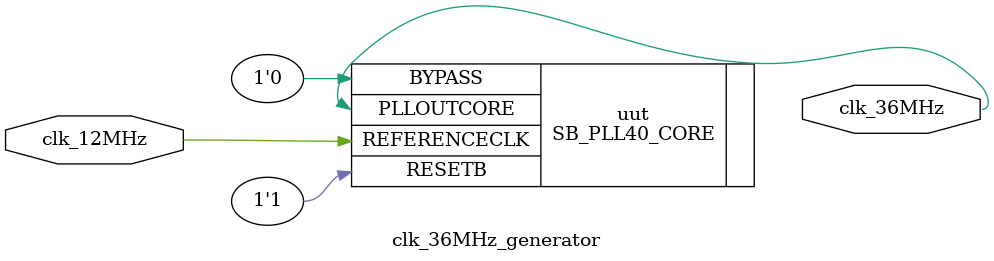
<source format=v>

module clk_36MHz_generator(
			   input wire  clk_12MHz,
			   output wire clk_36MHz    
			   );
   
   SB_PLL40_CORE #(.FEEDBACK_PATH("SIMPLE"),
                   .PLLOUT_SELECT("GENCLK"),
		   .DIVR(4'b0000),
		   .DIVF(7'b0101111),
		   .DIVQ(3'b100),
		   .FILTER_RANGE(3'b001),
		   ) uut (
			  .REFERENCECLK(clk_12MHz),
			  .PLLOUTCORE(clk_36MHz),
			  .RESETB(1'b1),
			  .BYPASS(1'b0)
			  );

endmodule

</source>
